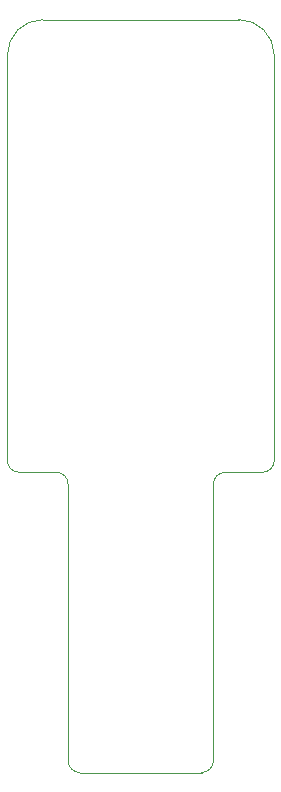
<source format=gm1>
%TF.GenerationSoftware,KiCad,Pcbnew,9.0.1*%
%TF.CreationDate,2025-04-18T18:53:21-04:00*%
%TF.ProjectId,attinyx14_dev,61747469-6e79-4783-9134-5f6465762e6b,rev?*%
%TF.SameCoordinates,Original*%
%TF.FileFunction,Profile,NP*%
%FSLAX46Y46*%
G04 Gerber Fmt 4.6, Leading zero omitted, Abs format (unit mm)*
G04 Created by KiCad (PCBNEW 9.0.1) date 2025-04-18 18:53:21*
%MOMM*%
%LPD*%
G01*
G04 APERTURE LIST*
%TA.AperFunction,Profile*%
%ADD10C,0.100000*%
%TD*%
G04 APERTURE END LIST*
D10*
X17450000Y-64750000D02*
X7150000Y-64750000D01*
X20600000Y-1000000D02*
G75*
G02*
X23600000Y-4000000I0J-3000000D01*
G01*
X1999999Y-39329999D02*
G75*
G02*
X1000001Y-38330000I1J999999D01*
G01*
X18450000Y-63750000D02*
X18450001Y-40330000D01*
X18450000Y-63750000D02*
G75*
G02*
X17450000Y-64750000I-1000000J0D01*
G01*
X5150001Y-39330001D02*
G75*
G02*
X6149999Y-40330000I-1J-999999D01*
G01*
X6149999Y-40330000D02*
X6150000Y-63750000D01*
X23600000Y-4000000D02*
X23599999Y-38330000D01*
X1999999Y-39329999D02*
X5150001Y-39330001D01*
X22600001Y-39329999D02*
X19449999Y-39330001D01*
X18450001Y-40330000D02*
G75*
G02*
X19449999Y-39330001I999999J0D01*
G01*
X23599999Y-38330000D02*
G75*
G02*
X22600001Y-39329999I-999999J0D01*
G01*
X7150000Y-64750000D02*
G75*
G02*
X6150000Y-63750000I0J1000000D01*
G01*
X4000000Y-999999D02*
X20600000Y-1000000D01*
X1000001Y-38330000D02*
X1000000Y-4000000D01*
X1000000Y-4000000D02*
G75*
G02*
X4000000Y-1000000I3000000J0D01*
G01*
M02*

</source>
